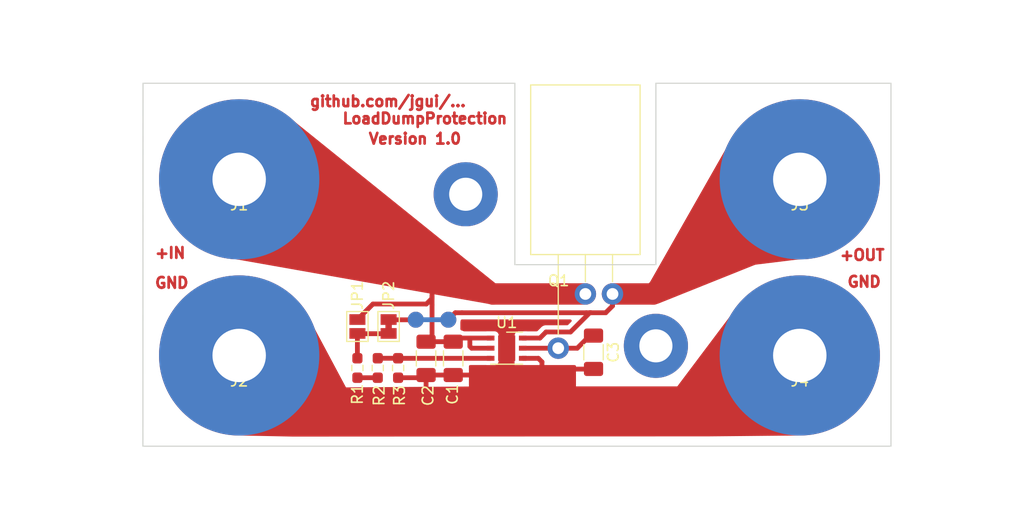
<source format=kicad_pcb>
(kicad_pcb (version 20211014) (generator pcbnew)
  (title_block (title "Load Dump Protection") (date "2022-07-03") (rev "1.0"))
  (layers (0 "F.Cu" signal) (31 "B.Cu" signal) (34 "B.Paste" user) (35 "F.Paste" user) (36 "B.SilkS" user "B.Silkscreen") (37 "F.SilkS" user "F.Silkscreen") (38 "B.Mask" user) (39 "F.Mask" user) (44 "Edge.Cuts" user))
  (net 0 "")
  (net 1 "Net-(R1-Pad2)")
  (net 2 "/Vin")
  (net 3 "/GND")
  (net 4 "/GATE")
  (net 5 "/Vout")
  (net 6 "/Vreg")
  (net 7 "/OVSET")
  (footprint "Package_DFN_QFN_JGUI:TDFN-6-1EP_3.0x3.0mm_P0.75mm_EP1.5x2.3mm" (layer "F.Cu") (at 145.034 83.82)
    (fp_text reference "U1" (at 0 -2.4) (layer "F.SilkS"))
    (fp_text value "MAX6495")
    (fp_line (start 0 -1.5) (end 1.5 -1.5) (layer "F.SilkS") (width 0.12))
    (fp_line (start -1.5 1.5) (end 1.5 1.5) (layer "F.SilkS") (width 0.12))
    (pad "1" smd rect (at -1.5 -0.95) (size 0.71 0.46) (layers "F.Cu" "F.Paste" "F.Mask") (net 2 "/Vin"))
    (pad "2" smd rect (at -1.5 0) (size 0.71 0.46) (layers "F.Cu" "F.Paste" "F.Mask") (net 2 "/Vin"))
    (pad "3" smd rect (at -1.5 0.95) (size 0.71 0.46) (layers "F.Cu" "F.Paste" "F.Mask") (net 7 "/OVSET"))
    (pad "4" smd rect (at 1.5 0.95) (size 0.71 0.46) (layers "F.Cu" "F.Paste" "F.Mask") (net 3 "/GND"))
    (pad "5" smd rect (at 1.5 0) (size 0.71 0.46) (layers "F.Cu" "F.Paste" "F.Mask") (net 4 "/GATE"))
    (pad "6" smd rect (at 1.5 -0.95) (size 0.71 0.46) (layers "F.Cu" "F.Paste" "F.Mask") (net 5 "/Vout"))
    (pad "7" smd rect (at 0 0) (size 1.6 2.39) (layers "F.Cu" "F.Mask") (net 3 "/GND"))
  )
  (footprint "Resistor_SMD:R_0603_1608Metric_Pad0.98x0.95mm_HandSolder" (layer "F.Cu") (at 134.874 85.6742 -90)
    (fp_text reference "R3" (at 2.5908 -0.127 90) (layer "F.SilkS"))
    (fp_text value "5.1k")
    (fp_line (start -0.254724 -0.5225) (end 0.254724 -0.5225) (layer "F.SilkS") (width 0.12))
    (fp_line (start -0.254724 0.5225) (end 0.254724 0.5225) (layer "F.SilkS") (width 0.12))
    (pad "1" smd roundrect (at -0.9125 0 270) (size 0.975 0.95) (layers "F.Cu" "F.Paste" "F.Mask") (net 7 "/OVSET"))
    (pad "2" smd roundrect (at 0.9125 0 270) (size 0.975 0.95) (layers "F.Cu" "F.Paste" "F.Mask") (net 3 "/GND"))
  )
  (footprint "Capacitor_SMD:C_1206_3216Metric_Pad1.33x1.80mm_HandSolder" (layer "F.Cu") (at 137.4902 84.7729 -90)
    (fp_text reference "C2" (at 3.4921 -0.1778 90) (layer "F.SilkS"))
    (fp_text value "4.7uF, 50V")
    (fp_line (start -0.711252 -0.91) (end 0.711252 -0.91) (layer "F.SilkS") (width 0.12))
    (fp_line (start -0.711252 0.91) (end 0.711252 0.91) (layer "F.SilkS") (width 0.12))
    (pad "1" smd roundrect (at -1.5625 0 270) (size 1.325 1.8) (layers "F.Cu" "F.Paste" "F.Mask") (roundrect_rratio 0.1886792453) (net 2 "/Vin"))
    (pad "2" smd roundrect (at 1.5625 0 270) (size 1.325 1.8) (layers "F.Cu" "F.Paste" "F.Mask") (roundrect_rratio 0.1886792453) (net 3 "/GND"))
  )
  (footprint "Connector_Pin:Pin_D1.3mm_L11.0mm" (layer "F.Cu") (at 172.466 84.5)
    (fp_text reference "J4" (at 0 2.4) (layer "F.SilkS"))
    (fp_text value "Conn_01x01_Male")
    (fp_circle (center 0 0) (end 1.6 0.05) (layer "F.SilkS") (width 0.12) (fill none))
    (pad "1" thru_hole circle (at 0 0) (size 15 15) (drill 5) (layers *.Cu *.Mask) (net 3 "/GND"))
  )
  (footprint "Connector_Pin:Pin_D1.3mm_L11.0mm" (layer "F.Cu") (at 120 68)
    (fp_text reference "J1" (at 0 2.4) (layer "F.SilkS"))
    (fp_text value "Conn_01x01_Male")
    (fp_circle (center 0 0) (end 1.6 0.05) (layer "F.SilkS") (width 0.12) (fill none))
    (pad "1" thru_hole circle (at 0 0) (size 15 15) (drill 5) (layers *.Cu *.Mask) (net 2 "/Vin"))
  )
  (footprint "Resistor_SMD:R_0603_1608Metric_Pad0.98x0.95mm_HandSolder" (layer "F.Cu") (at 132.969 85.6742 90)
    (fp_text reference "R2" (at -2.5908 0.127 90) (layer "F.SilkS"))
    (fp_text value "56k")
    (fp_line (start -0.254724 0.5225) (end 0.254724 0.5225) (layer "F.SilkS") (width 0.12))
    (fp_line (start -0.254724 -0.5225) (end 0.254724 -0.5225) (layer "F.SilkS") (width 0.12))
    (pad "1" smd roundrect (at -0.9125 0 90) (size 0.975 0.95) (layers "F.Cu" "F.Paste" "F.Mask") (net 1 "Net-(R1-Pad2)"))
    (pad "2" smd roundrect (at 0.9125 0 90) (size 0.975 0.95) (layers "F.Cu" "F.Paste" "F.Mask") (net 7 "/OVSET"))
  )
  (footprint "Capacitor_SMD:C_1206_3216Metric_Pad1.33x1.80mm_HandSolder" (layer "F.Cu") (at 140.0302 84.7729 -90)
    (fp_text reference "C1" (at 3.3651 0.0762 90) (layer "F.SilkS"))
    (fp_text value "4.7uF, 50V")
    (fp_line (start -0.711252 -0.91) (end 0.711252 -0.91) (layer "F.SilkS") (width 0.12))
    (fp_line (start -0.711252 0.91) (end 0.711252 0.91) (layer "F.SilkS") (width 0.12))
    (pad "1" smd roundrect (at -1.5625 0 270) (size 1.325 1.8) (layers "F.Cu" "F.Paste" "F.Mask") (roundrect_rratio 0.1886792453) (net 2 "/Vin"))
    (pad "2" smd roundrect (at 1.5625 0 270) (size 1.325 1.8) (layers "F.Cu" "F.Paste" "F.Mask") (roundrect_rratio 0.1886792453) (net 3 "/GND"))
  )
  (footprint "Jumper:SolderJumper-2_P1.3mm_Open_Pad1.0x1.5mm" (layer "F.Cu") (at 131.064 81.788 -90)
    (fp_text reference "JP1" (at -2.921 0 90) (layer "F.SilkS"))
    (fp_text value "SolderJumper_2_Open")
    (fp_line (start 1.4 1) (end -1.4 1) (layer "F.SilkS") (width 0.12))
    (fp_line (start -1.4 1) (end -1.4 -1) (layer "F.SilkS") (width 0.12))
    (fp_line (start 1.4 -1) (end 1.4 1) (layer "F.SilkS") (width 0.12))
    (fp_line (start -1.4 -1) (end 1.4 -1) (layer "F.SilkS") (width 0.12))
    (pad "1" smd rect (at -0.65 0 270) (size 1 1.5) (layers "F.Cu" "F.Mask") (net 2 "/Vin"))
    (pad "2" smd rect (at 0.65 0 270) (size 1 1.5) (layers "F.Cu" "F.Mask") (net 6 "/Vreg"))
  )
  (footprint "Capacitor_SMD:C_1206_3216Metric_Pad1.33x1.80mm_HandSolder" (layer "F.Cu") (at 153.162 84.201 -90)
    (fp_text reference "C3" (at 0 -1.85 90) (layer "F.SilkS"))
    (fp_text value "0.1uF, 50V")
    (fp_line (start -0.711252 0.91) (end 0.711252 0.91) (layer "F.SilkS") (width 0.12))
    (fp_line (start -0.711252 -0.91) (end 0.711252 -0.91) (layer "F.SilkS") (width 0.12))
    (pad "1" smd roundrect (at -1.5625 0 270) (size 1.325 1.8) (layers "F.Cu" "F.Paste" "F.Mask") (roundrect_rratio 0.1886792453) (net 4 "/GATE"))
    (pad "2" smd roundrect (at 1.5625 0 270) (size 1.325 1.8) (layers "F.Cu" "F.Paste" "F.Mask") (roundrect_rratio 0.1886792453) (net 3 "/GND"))
  )
  (footprint "Connector_Pin:Pin_D1.3mm_L11.0mm" (layer "F.Cu") (at 172.466 68)
    (fp_text reference "J3" (at 0 2.4) (layer "F.SilkS"))
    (fp_text value "Conn_01x01_Male")
    (fp_circle (center 0 0) (end 1.6 0.05) (layer "F.SilkS") (width 0.12) (fill none))
    (pad "1" thru_hole circle (at 0 0) (size 15 15) (drill 5) (layers *.Cu *.Mask) (net 5 "/Vout"))
  )
  (footprint "Jumper:SolderJumper-2_P1.3mm_Bridged_Pad1.0x1.5mm" (layer "F.Cu") (at 133.985 81.788 90)
    (fp_text reference "JP2" (at 2.921 0 90) (layer "F.SilkS"))
    (fp_text value "SolderJumper_2_Bridged")
    (fp_poly (pts (xy -0.25 -0.3) (xy 0.25 -0.3) (xy 0.25 0.3) (xy -0.25 0.3)) (layer "F.Cu") (width 0) (fill solid))
    (fp_line (start -1.4 -1) (end 1.4 -1) (layer "F.SilkS") (width 0.12))
    (fp_line (start 1.4 -1) (end 1.4 1) (layer "F.SilkS") (width 0.12))
    (fp_line (start -1.4 1) (end -1.4 -1) (layer "F.SilkS") (width 0.12))
    (fp_line (start 1.4 1) (end -1.4 1) (layer "F.SilkS") (width 0.12))
    (pad "1" smd rect (at -0.65 0 90) (size 1 1.5) (layers "F.Cu" "F.Mask") (net 6 "/Vreg"))
    (pad "2" smd rect (at 0.65 0 90) (size 1 1.5) (layers "F.Cu" "F.Mask") (net 5 "/Vout"))
  )
  (footprint "Resistor_SMD:R_0603_1608Metric_Pad0.98x0.95mm_HandSolder" (layer "F.Cu") (at 131.064 85.6742 -90)
    (fp_text reference "R1" (at 2.4638 0 90) (layer "F.SilkS"))
    (fp_text value "4.7k")
    (fp_line (start -0.254724 -0.5225) (end 0.254724 -0.5225) (layer "F.SilkS") (width 0.12))
    (fp_line (start -0.254724 0.5225) (end 0.254724 0.5225) (layer "F.SilkS") (width 0.12))
    (pad "1" smd roundrect (at -0.9125 0 270) (size 0.975 0.95) (layers "F.Cu" "F.Paste" "F.Mask") (net 6 "/Vreg"))
    (pad "2" smd roundrect (at 0.9125 0 270) (size 0.975 0.95) (layers "F.Cu" "F.Paste" "F.Mask") (net 1 "Net-(R1-Pad2)"))
  )
  (footprint "Connector_Pin:Pin_D1.3mm_L11.0mm" (layer "F.Cu") (at 120 84.5)
    (fp_text reference "J2" (at 0 2.4) (layer "F.SilkS"))
    (fp_text value "Conn_01x01_Male")
    (fp_circle (center 0 0) (end 1.6 0.05) (layer "F.SilkS") (width 0.12) (fill none))
    (pad "1" thru_hole circle (at 0 0) (size 15 15) (drill 5) (layers *.Cu *.Mask) (net 3 "/GND"))
  )
  (footprint "Package_TO_SOT_THT:TO-220-3_Horizontal_TabDown" (layer "F.Cu") (at 149.86 78.74)
    (fp_text reference "Q1" (at 0.04 -1.24) (layer "F.SilkS"))
    (fp_text value "TK100A06N1")
    (fp_line (start 5.08 -3.69) (end 5.08 -1.15) (layer "F.SilkS") (width 0.12))
    (fp_line (start 2.54 -3.69) (end 2.54 -1.15) (layer "F.SilkS") (width 0.12))
    (fp_line (start -2.58 -19.58) (end 7.66 -19.58) (layer "F.SilkS") (width 0.12))
    (fp_line (start -2.58 -19.58) (end -2.58 -3.69) (layer "F.SilkS") (width 0.12))
    (fp_line (start 0 -3.69) (end 0 3.81) (layer "F.SilkS") (width 0.12))
    (fp_line (start 7.66 -19.58) (end 7.66 -3.69) (layer "F.SilkS") (width 0.12))
    (fp_line (start -2.58 -3.69) (end 7.66 -3.69) (layer "F.SilkS") (width 0.12))
    (pad "" np_thru_hole oval (at 2.54 -16.66) (size 3.5 3.5) (drill 3.5) (layers *.Cu *.Mask))
    (pad "1" thru_hole circle (at 0 5.08) (size 2 2) (drill 1.1) (layers *.Cu *.Mask) (net 4 "/GATE"))
    (pad "2" thru_hole oval (at 2.54 0) (size 2 2) (drill 1.1) (layers *.Cu *.Mask) (net 2 "/Vin"))
    (pad "3" thru_hole oval (at 5.08 0) (size 2 2) (drill 1.1) (layers *.Cu *.Mask) (net 5 "/Vout"))
  )
  (gr_line (start 145.8 59) (end 111 59) (layer "Edge.Cuts") (width 0.1))
  (gr_line (start 181 93) (end 181 59) (layer "Edge.Cuts") (width 0.1))
  (gr_line (start 145.8 59) (end 145.8 76) (layer "Edge.Cuts") (width 0.1))
  (gr_line (start 110.99 93) (end 181 93) (layer "Edge.Cuts") (width 0.1))
  (gr_line (start 181 59) (end 159 59) (layer "Edge.Cuts") (width 0.1))
  (gr_line (start 145.8 76) (end 159 76) (layer "Edge.Cuts") (width 0.1))
  (gr_line (start 159 76) (end 159 59) (layer "Edge.Cuts") (width 0.1))
  (gr_line (start 111 59) (end 110.99 93) (layer "Edge.Cuts") (width 0.1))
  (gr_text "Version 1.0" (at 132 64.2) (layer "F.Cu") (effects (font (size 1 1) (thickness 0.25)) (justify left)))
  (gr_text "+IN" (at 112 74.9) (layer "F.Cu") (effects (font (size 1 1) (thickness 0.25)) (justify left)))
  (gr_text "github.com/jgui/...\n    LoadDumpProtection" (at 126.5 61.5) (layer "F.Cu") (effects (font (size 1 1) (thickness 0.25)) (justify left)))
  (gr_text "GND" (at 112 77.7) (layer "F.Cu") (effects (font (size 1 1) (thickness 0.25)) (justify left)))
  (gr_text "GND" (at 176.8 77.6) (layer "F.Cu") (effects (font (size 1 1) (thickness 0.25)) (justify left)))
  (gr_text "+OUT" (at 176.1 75.1) (layer "F.Cu") (effects (font (size 1 1) (thickness 0.25)) (justify left)))
  (via (at 141.2 69.4) (size 6) (drill 3.1) (layers "F.Cu" "B.Cu") (net 0))
  (via (at 159 83.6) (size 6) (drill 3.1) (layers "F.Cu" "B.Cu") (net 0))
  (segment (start 132.969 86.5867) (end 131.064 86.5867) (width 0.45) (layer "F.Cu") (net 1))
  (segment (start 138.049 78.949) (end 138.049 78.101) (width 0.45) (layer "F.Cu") (net 2))
  (segment (start 143.534 83.82) (end 141.7574 83.82) (width 0.45) (layer "F.Cu") (net 2))
  (segment (start 138.049 78.101) (end 139.3817 76.7683) (width 0.45) (layer "F.Cu") (net 2))
  (segment (start 138.049 79.151) (end 138.049 78.949) (width 0.45) (layer "F.Cu") (net 2))
  (segment (start 141.5898 82.87) (end 140.3706 82.87) (width 0.45) (layer "F.Cu") (net 2))
  (segment (start 143.74 78.74) (end 152.4 78.74) (width 2) (layer "F.Cu") (net 2))
  (segment (start 117 68) (end 120 71) (width 2) (layer "F.Cu") (net 2))
  (segment (start 143.534 82.87) (end 141.5898 82.87) (width 0.45) (layer "F.Cu") (net 2))
  (segment (start 141.5898 83.6524) (end 141.5898 82.87) (width 0.45) (layer "F.Cu") (net 2))
  (segment (start 138.049 82.6516) (end 138.049 79.756) (width 0.45) (layer "F.Cu") (net 2))
  (segment (start 137.4902 83.2104) (end 140.0302 83.2104) (width 0.45) (layer "F.Cu") (net 2))
  (segment (start 140.3706 82.87) (end 140.0302 83.2104) (width 0.45) (layer "F.Cu") (net 2))
  (segment (start 131.064 81.138) (end 132.5222 79.6798) (width 0.45) (layer "F.Cu") (net 2))
  (segment (start 143.74 78.74) (end 139.3817 76.7683) (width 2) (layer "F.Cu") (net 2))
  (segment (start 132.5222 79.6798) (end 137.5202 79.6798) (width 0.45) (layer "F.Cu") (net 2))
  (segment (start 137.4902 83.2104) (end 138.049 82.6516) (width 0.45) (layer "F.Cu") (net 2))
  (segment (start 138.049 79.756) (end 138.049 78.949) (width 0.45) (layer "F.Cu") (net 2))
  (segment (start 141.7574 83.82) (end 141.5898 83.6524) (width 0.45) (layer "F.Cu") (net 2))
  (segment (start 137.5202 79.6798) (end 138.049 79.151) (width 0.45) (layer "F.Cu") (net 2))
  (segment (start 139.3817 76.7683) (end 120 68) (width 2) (layer "F.Cu") (net 2))
  (segment (start 137.4902 86.3354) (end 137.4902 89.9902) (width 0.45) (layer "F.Cu") (net 3))
  (segment (start 125.5 90) (end 137.5 90) (width 0.45) (layer "F.Cu") (net 3))
  (segment (start 168 84.5) (end 172.466 84.5) (width 0.45) (layer "F.Cu") (net 3))
  (segment (start 153.162 85.7635) (end 153.1497 85.7758) (width 0.45) (layer "F.Cu") (net 3))
  (segment (start 148.0008 84.77) (end 146.534 84.77) (width 0.45) (layer "F.Cu") (net 3))
  (segment (start 137.4902 89.9902) (end 137.5 90) (width 0.45) (layer "F.Cu") (net 3))
  (segment (start 153.1497 85.7758) (end 148.336 85.7758) (width 0.45) (layer "F.Cu") (net 3))
  (segment (start 140.0302 86.3354) (end 145.1646 86.3354) (width 0.45) (layer "F.Cu") (net 3))
  (segment (start 137.2389 86.5867) (end 137.4902 86.3354) (width 0.45) (layer "F.Cu") (net 3))
  (segment (start 120 84.5) (end 125.5 90) (width 0.45) (layer "F.Cu") (net 3))
  (segment (start 162.5 90) (end 168 84.5) (width 0.45) (layer "F.Cu") (net 3))
  (segment (start 147.7256 86.3354) (end 148.336 85.725) (width 0.45) (layer "F.Cu") (net 3))
  (segment (start 148.336 85.1052) (end 148.0008 84.77) (width 0.45) (layer "F.Cu") (net 3))
  (segment (start 145.034 83.82) (end 145.034 86.2048) (width 0.45) (layer "F.Cu") (net 3))
  (segment (start 137.4902 86.3354) (end 140.0302 86.3354) (width 0.45) (layer "F.Cu") (net 3))
  (segment (start 148.336 85.7758) (end 148.336 85.1052) (width 0.45) (layer "F.Cu") (net 3))
  (segment (start 145.034 86.2048) (end 145.1646 86.3354) (width 0.45) (layer "F.Cu") (net 3))
  (segment (start 145.1646 86.3354) (end 147.7256 86.3354) (width 0.45) (layer "F.Cu") (net 3))
  (segment (start 134.874 86.5867) (end 137.2389 86.5867) (width 0.45) (layer "F.Cu") (net 3))
  (segment (start 137.5 90) (end 162.5 90) (width 0.45) (layer "F.Cu") (net 3))
  (segment (start 151.638 83.82) (end 152.8195 82.6385) (width 0.45) (layer "F.Cu") (net 4))
  (segment (start 152.8195 82.6385) (end 153.162 82.6385) (width 0.45) (layer "F.Cu") (net 4))
  (segment (start 146.534 83.82) (end 149.86 83.82) (width 0.45) (layer "F.Cu") (net 4))
  (segment (start 149.86 83.82) (end 151.638 83.82) (width 0.45) (layer "F.Cu") (net 4))
  (segment (start 146.534 82.87) (end 148.15 82.87) (width 0.45) (layer "F.Cu") (net 5))
  (segment (start 154.94 78.74) (end 158.75 78.74) (width 2) (layer "F.Cu") (net 5))
  (segment (start 152.81 80.5) (end 152.9 80.5) (width 0.45) (layer "F.Cu") (net 5))
  (segment (start 140.226 80.5) (end 140.85 80.5) (width 0.45) (layer "F.Cu") (net 5))
  (segment (start 136.5146 81.1634) (end 134.0104 81.1634) (width 0.45) (layer "F.Cu") (net 5))
  (segment (start 154.3 80.5) (end 154.94 79.86) (width 0.45) (layer "F.Cu") (net 5))
  (segment (start 136.525 81.153) (end 136.5146 81.1634) (width 0.25) (layer "F.Cu") (net 5))
  (segment (start 139.573 81.153) (end 140.226 80.5) (width 0.45) (layer "F.Cu") (net 5))
  (segment (start 140.85 80.5) (end 152.5 80.5) (width 0.45) (layer "F.Cu") (net 5))
  (segment (start 152.9 80.5) (end 154.3 80.5) (width 0.45) (layer "F.Cu") (net 5))
  (segment (start 154.94 79.86) (end 154.94 78.74) (width 0.45) (layer "F.Cu") (net 5))
  (segment (start 148.72 82.3) (end 151.01 82.3) (width 0.45) (layer "F.Cu") (net 5))
  (segment (start 169.49 68) (end 172.466 68) (width 2) (layer "F.Cu") (net 5))
  (segment (start 151.01 82.3) (end 152.81 80.5) (width 0.45) (layer "F.Cu") (net 5))
  (segment (start 152.9 80.5) (end 153.18 80.5) (width 0.25) (layer "F.Cu") (net 5))
  (segment (start 148.15 82.87) (end 148.72 82.3) (width 0.45) (layer "F.Cu") (net 5))
  (segment (start 152.5 80.5) (end 152.9 80.5) (width 0.45) (layer "F.Cu") (net 5))
  (segment (start 158.75 78.74) (end 169.49 68) (width 2) (layer "F.Cu") (net 5))
  (segment (start 134.0104 81.1634) (end 133.985 81.138) (width 0.25) (layer "F.Cu") (net 5))
  (via (at 139.573 81.153) (size 1.5) (drill 0.001) (layers "F.Cu" "B.Cu") (net 5))
  (via (at 136.525 81.153) (size 1.5) (drill 0.001) (layers "F.Cu" "B.Cu") (net 5))
  (segment (start 136.525 81.153) (end 139.573 81.153) (width 0.45) (layer "B.Cu") (net 5))
  (segment (start 133.985 82.438) (end 133.9596 82.4634) (width 0.25) (layer "F.Cu") (net 6))
  (segment (start 133.9596 82.4634) (end 131.0894 82.4634) (width 0.45) (layer "F.Cu") (net 6))
  (segment (start 131.064 84.7617) (end 131.064 82.438) (width 0.45) (layer "F.Cu") (net 6))
  (segment (start 131.0894 82.4634) (end 131.064 82.438) (width 0.25) (layer "F.Cu") (net 6))
  (segment (start 143.534 84.77) (end 134.8823 84.77) (width 0.45) (layer "F.Cu") (net 7))
  (segment (start 134.874 84.7617) (end 132.969 84.7617) (width 0.45) (layer "F.Cu") (net 7))
  (segment (start 134.8823 84.77) (end 134.874 84.7617) (width 0.45) (layer "F.Cu") (net 7))
  (zone (net 3) (net_name "/GND") (layer "F.Cu") (connect_pads yes (clearance 0.4)) (min_thickness 0.254) (fill yes (thermal_gap 0.508) (thermal_bridge_width 0.508))
    (polygon (pts (xy 141.5 84.52) (xy 145.77 84.52) (xy 145.77 85.4) (xy 151.520003 85.4) (xy 151.52 87.4) (xy 161 87.4) (xy 166.37 80.25) (xy 172.5 92) (xy 164 92.08) (xy 125 92.1) (xy 120 92) (xy 126 80) (xy 130 87.5) (xy 129 87.5) (xy 141.5 87.409291)))
  )
  (zone (net 3) (net_name "/GND") (layer "F.Cu") (connect_pads yes (clearance 0.4)) (min_thickness 0.254) (fill yes (thermal_gap 0.508) (thermal_bridge_width 0.508))
    (polygon (pts (xy 151.7 82.7) (xy 140.7 82.7) (xy 140.7 79.9) (xy 151.7 79.9)))
  )
  (zone (net 2) (net_name "/Vin") (layer "F.Cu") (connect_pads yes (clearance 0)) (min_thickness 0.254) (fill yes (thermal_gap 0.508) (thermal_bridge_width 0.508))
    (polygon (pts (xy 144.53 78.18) (xy 143.5 79.7) (xy 118.91 75.35) (xy 124.3 61.88)))
  )
  (zone (net 5) (net_name "/Vout") (layer "F.Cu") (connect_pads yes (clearance 0.3)) (min_thickness 0.254) (fill yes (thermal_gap 0.508) (thermal_bridge_width 0.508))
    (polygon (pts (xy 174 75.3) (xy 168.3 76) (xy 159.15 79.67) (xy 158.27 77.94) (xy 166.24 63.92)))
  )
)
</source>
